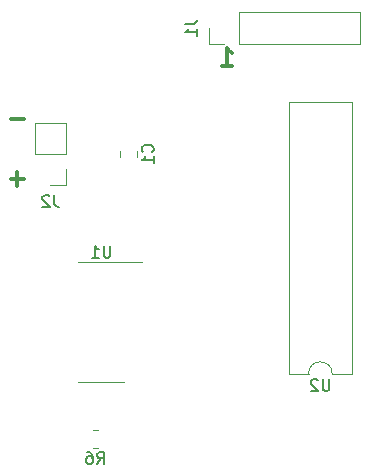
<source format=gbr>
%TF.GenerationSoftware,KiCad,Pcbnew,6.0.11+dfsg-1*%
%TF.CreationDate,2023-12-17T01:08:28-05:00*%
%TF.ProjectId,28byj_controller,32386279-6a5f-4636-9f6e-74726f6c6c65,rev?*%
%TF.SameCoordinates,Original*%
%TF.FileFunction,Legend,Bot*%
%TF.FilePolarity,Positive*%
%FSLAX46Y46*%
G04 Gerber Fmt 4.6, Leading zero omitted, Abs format (unit mm)*
G04 Created by KiCad (PCBNEW 6.0.11+dfsg-1) date 2023-12-17 01:08:28*
%MOMM*%
%LPD*%
G01*
G04 APERTURE LIST*
%ADD10C,0.300000*%
%ADD11C,0.150000*%
%ADD12C,0.120000*%
G04 APERTURE END LIST*
D10*
X121491428Y-59098571D02*
X122348571Y-59098571D01*
X121920000Y-59098571D02*
X121920000Y-57598571D01*
X122062857Y-57812857D01*
X122205714Y-57955714D01*
X122348571Y-58027142D01*
X103568571Y-63607142D02*
X104711428Y-63607142D01*
X103568571Y-68687142D02*
X104711428Y-68687142D01*
X104140000Y-69258571D02*
X104140000Y-68115714D01*
D11*
%TO.C,J1*%
X118348380Y-55546666D02*
X119062666Y-55546666D01*
X119205523Y-55499047D01*
X119300761Y-55403809D01*
X119348380Y-55260952D01*
X119348380Y-55165714D01*
X119348380Y-56546666D02*
X119348380Y-55975238D01*
X119348380Y-56260952D02*
X118348380Y-56260952D01*
X118491238Y-56165714D01*
X118586476Y-56070476D01*
X118634095Y-55975238D01*
%TO.C,J2*%
X107267333Y-70040380D02*
X107267333Y-70754666D01*
X107314952Y-70897523D01*
X107410190Y-70992761D01*
X107553047Y-71040380D01*
X107648285Y-71040380D01*
X106838761Y-70135619D02*
X106791142Y-70088000D01*
X106695904Y-70040380D01*
X106457809Y-70040380D01*
X106362571Y-70088000D01*
X106314952Y-70135619D01*
X106267333Y-70230857D01*
X106267333Y-70326095D01*
X106314952Y-70468952D01*
X106886380Y-71040380D01*
X106267333Y-71040380D01*
%TO.C,C1*%
X115575142Y-66381333D02*
X115622761Y-66333714D01*
X115670380Y-66190857D01*
X115670380Y-66095619D01*
X115622761Y-65952761D01*
X115527523Y-65857523D01*
X115432285Y-65809904D01*
X115241809Y-65762285D01*
X115098952Y-65762285D01*
X114908476Y-65809904D01*
X114813238Y-65857523D01*
X114718000Y-65952761D01*
X114670380Y-66095619D01*
X114670380Y-66190857D01*
X114718000Y-66333714D01*
X114765619Y-66381333D01*
X115670380Y-67333714D02*
X115670380Y-66762285D01*
X115670380Y-67048000D02*
X114670380Y-67048000D01*
X114813238Y-66952761D01*
X114908476Y-66857523D01*
X114956095Y-66762285D01*
%TO.C,R6*%
X110910666Y-92780380D02*
X111244000Y-92304190D01*
X111482095Y-92780380D02*
X111482095Y-91780380D01*
X111101142Y-91780380D01*
X111005904Y-91828000D01*
X110958285Y-91875619D01*
X110910666Y-91970857D01*
X110910666Y-92113714D01*
X110958285Y-92208952D01*
X111005904Y-92256571D01*
X111101142Y-92304190D01*
X111482095Y-92304190D01*
X110053523Y-91780380D02*
X110244000Y-91780380D01*
X110339238Y-91828000D01*
X110386857Y-91875619D01*
X110482095Y-92018476D01*
X110529714Y-92208952D01*
X110529714Y-92589904D01*
X110482095Y-92685142D01*
X110434476Y-92732761D01*
X110339238Y-92780380D01*
X110148761Y-92780380D01*
X110053523Y-92732761D01*
X110005904Y-92685142D01*
X109958285Y-92589904D01*
X109958285Y-92351809D01*
X110005904Y-92256571D01*
X110053523Y-92208952D01*
X110148761Y-92161333D01*
X110339238Y-92161333D01*
X110434476Y-92208952D01*
X110482095Y-92256571D01*
X110529714Y-92351809D01*
%TO.C,U1*%
X112013904Y-74324380D02*
X112013904Y-75133904D01*
X111966285Y-75229142D01*
X111918666Y-75276761D01*
X111823428Y-75324380D01*
X111632952Y-75324380D01*
X111537714Y-75276761D01*
X111490095Y-75229142D01*
X111442476Y-75133904D01*
X111442476Y-74324380D01*
X110442476Y-75324380D02*
X111013904Y-75324380D01*
X110728190Y-75324380D02*
X110728190Y-74324380D01*
X110823428Y-74467238D01*
X110918666Y-74562476D01*
X111013904Y-74610095D01*
%TO.C,U2*%
X130555904Y-85602380D02*
X130555904Y-86411904D01*
X130508285Y-86507142D01*
X130460666Y-86554761D01*
X130365428Y-86602380D01*
X130174952Y-86602380D01*
X130079714Y-86554761D01*
X130032095Y-86507142D01*
X129984476Y-86411904D01*
X129984476Y-85602380D01*
X129555904Y-85697619D02*
X129508285Y-85650000D01*
X129413047Y-85602380D01*
X129174952Y-85602380D01*
X129079714Y-85650000D01*
X129032095Y-85697619D01*
X128984476Y-85792857D01*
X128984476Y-85888095D01*
X129032095Y-86030952D01*
X129603523Y-86602380D01*
X128984476Y-86602380D01*
D12*
%TO.C,J1*%
X120336000Y-57210000D02*
X121666000Y-57210000D01*
X122936000Y-57210000D02*
X133156000Y-57210000D01*
X122936000Y-54550000D02*
X133156000Y-54550000D01*
X122936000Y-54550000D02*
X122936000Y-57210000D01*
X133156000Y-54550000D02*
X133156000Y-57210000D01*
X120336000Y-55880000D02*
X120336000Y-57210000D01*
%TO.C,J2*%
X105604000Y-66548000D02*
X105604000Y-63948000D01*
X108264000Y-66548000D02*
X108264000Y-63948000D01*
X105604000Y-66548000D02*
X108264000Y-66548000D01*
X106934000Y-69148000D02*
X108264000Y-69148000D01*
X108264000Y-69148000D02*
X108264000Y-67818000D01*
X105604000Y-63948000D02*
X108264000Y-63948000D01*
%TO.C,C1*%
X114273000Y-66809252D02*
X114273000Y-66286748D01*
X112803000Y-66809252D02*
X112803000Y-66286748D01*
%TO.C,R6*%
X110516936Y-89943000D02*
X110971064Y-89943000D01*
X110516936Y-91413000D02*
X110971064Y-91413000D01*
%TO.C,U1*%
X111252000Y-75712000D02*
X109302000Y-75712000D01*
X111252000Y-85832000D02*
X109302000Y-85832000D01*
X111252000Y-85832000D02*
X113202000Y-85832000D01*
X111252000Y-75712000D02*
X114702000Y-75712000D01*
%TO.C,U2*%
X132444000Y-85150000D02*
X130794000Y-85150000D01*
X127144000Y-62170000D02*
X132444000Y-62170000D01*
X132444000Y-62170000D02*
X132444000Y-85150000D01*
X127144000Y-85150000D02*
X127144000Y-62170000D01*
X128794000Y-85150000D02*
X127144000Y-85150000D01*
X130794000Y-85150000D02*
G75*
G03*
X128794000Y-85150000I-1000000J0D01*
G01*
%TD*%
M02*

</source>
